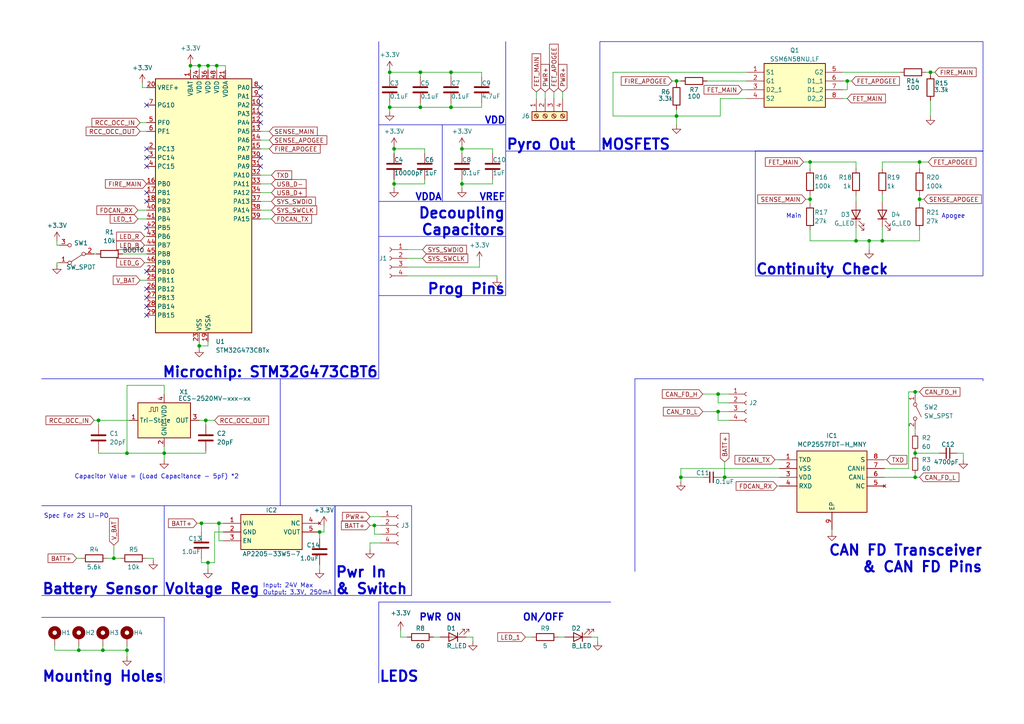
<source format=kicad_sch>
(kicad_sch (version 20230121) (generator eeschema)
  (paper "A4")
  (lib_symbols
    (symbol "AP2205-33W5-7:AP2205-33W5-7"
      (property "Reference" "IC" (at 24.13 7.62 0))
      (property "Value" "AP2205-33W5-7" (at 24.13 5.08 0))
      (symbol "AP2205-33W5-7_1_1"
        (pin power_in line (at 0 0 0) (length 5.08) (name "VIN") (number "1"))
        (pin power_in line (at 0 -2.54 0) (length 5.08) (name "GND") (number "2"))
        (pin input line (at 0 -5.08 0) (length 5.08) (name "EN") (number "3"))
        (pin no_connect line (at 27.94 0 180) (length 5.08) (name "NC") (number "4"))
        (pin output line (at 27.94 -2.54 180) (length 5.08) (name "VOUT") (number "5"))
      )
    )
    (symbol "Connector:Conn_01x04_Socket" (pin_names (offset 1.016) hide)
      (property "Reference" "J" (at 0 5.08 0))
      (property "Value" "Conn_01x04_Socket" (at 0 -7.62 0))
      (symbol "Conn_01x04_Socket_1_1"
        (pin passive line (at -5.08 2.54 0) (length 3.81) (name "Pin_1") (number "1"))
        (pin passive line (at -5.08 0 0) (length 3.81) (name "Pin_2") (number "2"))
        (pin passive line (at -5.08 -2.54 0) (length 3.81) (name "Pin_3") (number "3"))
        (pin passive line (at -5.08 -5.08 0) (length 3.81) (name "Pin_4") (number "4"))
      )
    )
    (symbol "Connector:Screw_Terminal_01x04" (pin_names (offset 1.016) hide)
      (property "Reference" "J" (at 0 5.08 0))
      (property "Value" "Screw_Terminal_01x04" (at 0 -7.62 0))
      (symbol "Screw_Terminal_01x04_1_1"
        (pin passive line (at -5.08 2.54 0) (length 3.81) (name "Pin_1") (number "1"))
        (pin passive line (at -5.08 0 0) (length 3.81) (name "Pin_2") (number "2"))
        (pin passive line (at -5.08 -2.54 0) (length 3.81) (name "Pin_3") (number "3"))
        (pin passive line (at -5.08 -5.08 0) (length 3.81) (name "Pin_4") (number "4"))
      )
    )
    (symbol "Device:C" (pin_numbers hide) (pin_names (offset 0.254))
      (property "Reference" "C" (at 0.635 2.54 0))
      (property "Value" "C" (at 0.635 -2.54 0))
      (symbol "C_1_1"
        (pin passive line (at 0 3.81 270) (length 2.794) (name "~") (number "1"))
        (pin passive line (at 0 -3.81 90) (length 2.794) (name "~") (number "2"))
      )
    )
    (symbol "Device:C_Small" (pin_numbers hide) (pin_names (offset 0.254) hide)
      (property "Reference" "C" (at 0.254 1.778 0))
      (property "Value" "C_Small" (at 0.254 -2.032 0))
      (symbol "C_Small_1_1"
        (pin passive line (at 0 2.54 270) (length 2.032) (name "~") (number "1"))
        (pin passive line (at 0 -2.54 90) (length 2.032) (name "~") (number "2"))
      )
    )
    (symbol "Device:LED" (pin_numbers hide) (pin_names (offset 1.016) hide)
      (property "Reference" "D" (at 0 2.54 0))
      (property "Value" "LED" (at 0 -2.54 0))
      (symbol "LED_1_1"
        (pin passive line (at -3.81 0 0) (length 2.54) (name "K") (number "1"))
        (pin passive line (at 3.81 0 180) (length 2.54) (name "A") (number "2"))
      )
    )
    (symbol "Device:R" (pin_numbers hide) (pin_names (offset 0))
      (property "Reference" "R" (at 2.032 0 90))
      (property "Value" "R" (at 0 0 90))
      (symbol "R_1_1"
        (pin passive line (at 0 3.81 270) (length 1.27) (name "~") (number "1"))
        (pin passive line (at 0 -3.81 90) (length 1.27) (name "~") (number "2"))
      )
    )
    (symbol "Device:R_Small" (pin_numbers hide) (pin_names (offset 0.254) hide)
      (property "Reference" "R" (at 0.762 0.508 0))
      (property "Value" "R_Small" (at 0.762 -1.016 0))
      (symbol "R_Small_1_1"
        (pin passive line (at 0 2.54 270) (length 0.762) (name "~") (number "1"))
        (pin passive line (at 0 -2.54 90) (length 0.762) (name "~") (number "2"))
      )
    )
    (symbol "MCP2557FDT-H_MNY:MCP2557FDT-H_MNY"
      (property "Reference" "IC" (at 26.67 7.62 0))
      (property "Value" "MCP2557FDT-H_MNY" (at 26.67 5.08 0))
      (symbol "MCP2557FDT-H_MNY_1_1"
        (pin passive line (at 0 0 0) (length 5.08) (name "TXD") (number "1"))
        (pin passive line (at 0 -2.54 0) (length 5.08) (name "VSS") (number "2"))
        (pin passive line (at 0 -5.08 0) (length 5.08) (name "VDD") (number "3"))
        (pin passive line (at 0 -7.62 0) (length 5.08) (name "RXD") (number "4"))
        (pin no_connect line (at 30.48 -7.62 180) (length 5.08) (name "NC") (number "5"))
        (pin passive line (at 30.48 -5.08 180) (length 5.08) (name "CANL") (number "6"))
        (pin passive line (at 30.48 -2.54 180) (length 5.08) (name "CANH") (number "7"))
        (pin passive line (at 30.48 0 180) (length 5.08) (name "S") (number "8"))
        (pin passive line (at 15.24 -20.32 90) (length 5.08) (name "EP") (number "9"))
      )
    )
    (symbol "MCU_ST_STM32G4:STM32G473CBTx"
      (property "Reference" "U" (at -12.7 39.37 0))
      (property "Value" "STM32G473CBTx" (at 10.16 39.37 0))
      (symbol "STM32G473CBTx_1_1"
        (pin power_in line (at -2.54 40.64 270) (length 2.54) (name "VBAT") (number "1"))
        (pin bidirectional line (at 17.78 30.48 180) (length 2.54) (name "PA2") (number "10"))
        (pin bidirectional line (at 17.78 27.94 180) (length 2.54) (name "PA3") (number "11"))
        (pin bidirectional line (at 17.78 25.4 180) (length 2.54) (name "PA4") (number "12"))
        (pin bidirectional line (at 17.78 22.86 180) (length 2.54) (name "PA5") (number "13"))
        (pin bidirectional line (at 17.78 20.32 180) (length 2.54) (name "PA6") (number "14"))
        (pin bidirectional line (at 17.78 17.78 180) (length 2.54) (name "PA7") (number "15"))
        (pin bidirectional line (at -15.24 7.62 0) (length 2.54) (name "PB0") (number "16"))
        (pin bidirectional line (at -15.24 5.08 0) (length 2.54) (name "PB1") (number "17"))
        (pin bidirectional line (at -15.24 2.54 0) (length 2.54) (name "PB2") (number "18"))
        (pin power_in line (at 2.54 -38.1 90) (length 2.54) (name "VSSA") (number "19"))
        (pin bidirectional line (at -15.24 17.78 0) (length 2.54) (name "PC13") (number "2"))
        (pin input line (at -15.24 35.56 0) (length 2.54) (name "VREF+") (number "20"))
        (pin power_in line (at 7.62 40.64 270) (length 2.54) (name "VDDA") (number "21"))
        (pin bidirectional line (at -15.24 -17.78 0) (length 2.54) (name "PB10") (number "22"))
        (pin power_in line (at 0 -38.1 90) (length 2.54) (name "VSS") (number "23"))
        (pin power_in line (at 0 40.64 270) (length 2.54) (name "VDD") (number "24"))
        (pin bidirectional line (at -15.24 -20.32 0) (length 2.54) (name "PB11") (number "25"))
        (pin bidirectional line (at -15.24 -22.86 0) (length 2.54) (name "PB12") (number "26"))
        (pin bidirectional line (at -15.24 -25.4 0) (length 2.54) (name "PB13") (number "27"))
        (pin bidirectional line (at -15.24 -27.94 0) (length 2.54) (name "PB14") (number "28"))
        (pin bidirectional line (at -15.24 -30.48 0) (length 2.54) (name "PB15") (number "29"))
        (pin bidirectional line (at -15.24 15.24 0) (length 2.54) (name "PC14") (number "3"))
        (pin bidirectional line (at 17.78 15.24 180) (length 2.54) (name "PA8") (number "30"))
        (pin bidirectional line (at 17.78 12.7 180) (length 2.54) (name "PA9") (number "31"))
        (pin bidirectional line (at 17.78 10.16 180) (length 2.54) (name "PA10") (number "32"))
        (pin bidirectional line (at 17.78 7.62 180) (length 2.54) (name "PA11") (number "33"))
        (pin bidirectional line (at 17.78 5.08 180) (length 2.54) (name "PA12") (number "34"))
        (pin passive line (at 0 -38.1 90) (length 2.54) hide (name "VSS") (number "35"))
        (pin power_in line (at 2.54 40.64 270) (length 2.54) (name "VDD") (number "36"))
        (pin bidirectional line (at 17.78 2.54 180) (length 2.54) (name "PA13") (number "37"))
        (pin bidirectional line (at 17.78 0 180) (length 2.54) (name "PA14") (number "38"))
        (pin bidirectional line (at 17.78 -2.54 180) (length 2.54) (name "PA15") (number "39"))
        (pin bidirectional line (at -15.24 12.7 0) (length 2.54) (name "PC15") (number "4"))
        (pin bidirectional line (at -15.24 0 0) (length 2.54) (name "PB3") (number "40"))
        (pin bidirectional line (at -15.24 -2.54 0) (length 2.54) (name "PB4") (number "41"))
        (pin bidirectional line (at -15.24 -5.08 0) (length 2.54) (name "PB5") (number "42"))
        (pin bidirectional line (at -15.24 -7.62 0) (length 2.54) (name "PB6") (number "43"))
        (pin bidirectional line (at -15.24 -10.16 0) (length 2.54) (name "PB7") (number "44"))
        (pin bidirectional line (at -15.24 -12.7 0) (length 2.54) (name "PB8") (number "45"))
        (pin bidirectional line (at -15.24 -15.24 0) (length 2.54) (name "PB9") (number "46"))
        (pin passive line (at 0 -38.1 90) (length 2.54) hide (name "VSS") (number "47"))
        (pin power_in line (at 5.08 40.64 270) (length 2.54) (name "VDD") (number "48"))
        (pin bidirectional line (at -15.24 25.4 0) (length 2.54) (name "PF0") (number "5"))
        (pin bidirectional line (at -15.24 22.86 0) (length 2.54) (name "PF1") (number "6"))
        (pin bidirectional line (at -15.24 30.48 0) (length 2.54) (name "PG10") (number "7"))
        (pin bidirectional line (at 17.78 35.56 180) (length 2.54) (name "PA0") (number "8"))
        (pin bidirectional line (at 17.78 33.02 180) (length 2.54) (name "PA1") (number "9"))
      )
    )
    (symbol "Mechanical:MountingHole_Pad" (pin_numbers hide) (pin_names (offset 1.016) hide)
      (property "Reference" "H" (at 0 6.35 0))
      (property "Value" "MountingHole_Pad" (at 0 4.445 0))
      (symbol "MountingHole_Pad_1_1"
        (pin input line (at 0 -2.54 90) (length 2.54) (name "1") (number "1"))
      )
    )
    (symbol "Oscillator:ECS-2520MV-xxx-xx"
      (property "Reference" "X" (at -5.08 6.35 0))
      (property "Value" "ECS-2520MV-xxx-xx" (at 1.27 -6.35 0))
      (symbol "ECS-2520MV-xxx-xx_1_1"
        (pin input line (at -10.16 0 0) (length 2.54) (name "Tri-State") (number "1"))
        (pin power_in line (at 0 -7.62 90) (length 2.54) (name "GND") (number "2"))
        (pin output line (at 10.16 0 180) (length 2.54) (name "OUT") (number "3"))
        (pin power_in line (at 0 7.62 270) (length 2.54) (name "VDD") (number "4"))
      )
    )
    (symbol "SSM6N58NU,LF:SSM6N58NU,LF"
      (property "Reference" "Q" (at 24.13 7.62 0))
      (property "Value" "SSM6N58NU,LF" (at 24.13 5.08 0))
      (symbol "SSM6N58NU,LF_1_1"
        (pin passive line (at 0 0 0) (length 5.08) (name "S1") (number "1"))
        (pin passive line (at 0 -2.54 0) (length 5.08) (name "G1") (number "2"))
        (pin passive line (at 0 -5.08 0) (length 5.08) (name "D2_1") (number "3"))
        (pin passive line (at 0 -7.62 0) (length 5.08) (name "S2") (number "4"))
        (pin passive line (at 27.94 0 180) (length 5.08) (name "G2") (number "5"))
        (pin passive line (at 27.94 -2.54 180) (length 5.08) (name "D1_1") (number "6"))
        (pin passive line (at 27.94 -5.08 180) (length 5.08) (name "D1_2") (number "7"))
        (pin passive line (at 27.94 -7.62 180) (length 5.08) (name "D2_2") (number "8"))
      )
    )
    (symbol "Switch:SW_SPDT" (pin_names (offset 0) hide)
      (property "Reference" "SW" (at 0 4.318 0))
      (property "Value" "SW_SPDT" (at 0 -5.08 0))
      (symbol "SW_SPDT_1_1"
        (pin passive line (at 5.08 2.54 180) (length 2.54) (name "A") (number "1"))
        (pin passive line (at -5.08 0 0) (length 2.54) (name "B") (number "2"))
        (pin passive line (at 5.08 -2.54 180) (length 2.54) (name "C") (number "3"))
      )
    )
    (symbol "Switch:SW_SPST" (pin_names (offset 0) hide)
      (property "Reference" "SW" (at 0 3.175 0))
      (property "Value" "SW_SPST" (at 0 -2.54 0))
      (symbol "SW_SPST_1_1"
        (pin passive line (at -5.08 0 0) (length 2.54) (name "A") (number "1"))
        (pin passive line (at 5.08 0 180) (length 2.54) (name "B") (number "2"))
      )
    )
    (symbol "power:+3.3V" (power) (pin_names (offset 0))
      (property "Value" "+3.3V" (at 0 3.556 0))
      (symbol "+3.3V_1_1"
        (pin power_in line (at 0 0 90) (length 0) hide (name "+3.3V") (number "1"))
      )
    )
    (symbol "power:GND" (power) (pin_names (offset 0))
      (property "Value" "GND" (at 0 -3.81 0))
      (symbol "GND_1_1"
        (pin power_in line (at 0 0 270) (length 0) hide (name "GND") (number "1"))
      )
    )
  )
  (junction (at 113.03 20.955))
  (junction (at 208.28 119.38))
  (junction (at 59.69 121.92))
  (junction (at 108.585 152.4))
  (junction (at 62.865 19.05))
  (junction (at 266.7 46.99))
  (junction (at 266.7 57.785))
  (junction (at 265.43 138.43))
  (junction (at 133.985 53.34))
  (junction (at 57.785 19.05))
  (junction (at 57.785 100.33))
  (junction (at 29.845 188.595))
  (junction (at 130.81 31.115))
  (junction (at 121.92 20.955))
  (junction (at 234.95 57.785))
  (junction (at 92.71 154.305))
  (junction (at 113.03 31.115))
  (junction (at 114.3 43.18))
  (junction (at 60.325 19.05))
  (junction (at 245.745 23.495))
  (junction (at 36.83 188.595))
  (junction (at 197.485 138.43))
  (junction (at 255.905 69.85))
  (junction (at 252.095 69.85))
  (junction (at 60.325 163.195))
  (junction (at 265.43 131.445))
  (junction (at 28.575 121.92))
  (junction (at 36.83 131.445))
  (junction (at 121.92 31.115))
  (junction (at 47.625 131.445))
  (junction (at 265.43 113.665))
  (junction (at 55.245 19.05))
  (junction (at 33.02 161.925))
  (junction (at 210.185 138.43))
  (junction (at 269.875 20.955))
  (junction (at 234.95 46.99))
  (junction (at 133.985 43.18))
  (junction (at 196.215 33.655))
  (junction (at 196.215 23.495))
  (junction (at 130.81 20.955))
  (junction (at 58.42 151.765))
  (junction (at 63.5 151.765))
  (junction (at 248.285 69.85))
  (junction (at 114.3 53.34))
  (junction (at 22.86 188.595))
  (junction (at 208.28 114.3))
  (no_connect (at 75.565 45.72))
  (no_connect (at 42.545 78.74))
  (no_connect (at 42.545 88.9))
  (no_connect (at 75.565 25.4))
  (no_connect (at 42.545 83.82))
  (no_connect (at 42.545 43.18))
  (no_connect (at 75.565 48.26))
  (no_connect (at 42.545 66.04))
  (no_connect (at 42.545 30.48))
  (no_connect (at 75.565 27.94))
  (no_connect (at 42.545 91.44))
  (no_connect (at 75.565 33.02))
  (no_connect (at 75.565 35.56))
  (no_connect (at 75.565 30.48))
  (no_connect (at 42.545 55.88))
  (no_connect (at 42.545 45.72))
  (no_connect (at 42.545 86.36))
  (no_connect (at 42.545 58.42))
  (no_connect (at 42.545 48.26))
  (polyline (pts (xy 285.115 109.855) (xy 285.115 110.49)))
  (wire (pts (xy 41.275 24.13) (xy 41.275 25.4)))
  (wire (pts (xy 78.105 40.64) (xy 75.565 40.64)))
  (wire (pts (xy 234.95 46.99) (xy 234.95 48.895)))
  (wire (pts (xy 59.69 131.445) (xy 47.625 131.445)))
  (wire (pts (xy 234.95 69.85) (xy 248.285 69.85)))
  (wire (pts (xy 36.83 111.76) (xy 36.83 131.445)))
  (wire (pts (xy 241.3 154.305) (xy 241.3 153.67)))
  (polyline (pts (xy 12.065 172.72) (xy 47.625 172.72)))
  (wire (pts (xy 234.95 57.785) (xy 234.95 59.055)))
  (wire (pts (xy 57.785 99.06) (xy 57.785 100.33)))
  (polyline (pts (xy 12.065 109.855) (xy 109.855 109.855)))
  (wire (pts (xy 78.74 55.88) (xy 75.565 55.88)))
  (wire (pts (xy 78.105 43.18) (xy 75.565 43.18)))
  (wire (pts (xy 144.145 80.645) (xy 144.145 80.01)))
  (wire (pts (xy 135.255 184.785) (xy 137.16 184.785)))
  (wire (pts (xy 116.205 184.785) (xy 118.11 184.785)))
  (wire (pts (xy 113.03 20.955) (xy 113.03 22.225)))
  (wire (pts (xy 233.045 46.99) (xy 234.95 46.99)))
  (wire (pts (xy 41.91 71.12) (xy 42.545 71.12)))
  (wire (pts (xy 123.19 52.07) (xy 123.19 53.34)))
  (polyline (pts (xy 47.625 198.12) (xy 47.625 179.07)))
  (wire (pts (xy 265.43 131.445) (xy 265.43 132.08)))
  (wire (pts (xy 107.315 152.4) (xy 108.585 152.4)))
  (wire (pts (xy 173.355 184.785) (xy 173.355 186.055)))
  (wire (pts (xy 63.5 156.845) (xy 63.5 151.765)))
  (wire (pts (xy 58.42 163.195) (xy 60.325 163.195)))
  (wire (pts (xy 114.3 53.34) (xy 114.3 54.61)))
  (wire (pts (xy 44.45 161.925) (xy 44.45 162.56)))
  (wire (pts (xy 226.06 138.43) (xy 210.185 138.43)))
  (wire (pts (xy 123.19 43.18) (xy 114.3 43.18)))
  (wire (pts (xy 22.86 187.325) (xy 22.86 188.595)))
  (wire (pts (xy 121.92 29.845) (xy 121.92 31.115)))
  (wire (pts (xy 210.185 133.985) (xy 210.185 138.43)))
  (wire (pts (xy 256.54 135.89) (xy 263.525 135.89)))
  (wire (pts (xy 28.575 130.81) (xy 28.575 131.445)))
  (wire (pts (xy 121.92 20.955) (xy 113.03 20.955)))
  (wire (pts (xy 139.7 22.225) (xy 139.7 20.955)))
  (wire (pts (xy 47.625 129.54) (xy 47.625 131.445)))
  (wire (pts (xy 107.315 157.48) (xy 110.49 157.48)))
  (wire (pts (xy 60.325 19.05) (xy 57.785 19.05)))
  (wire (pts (xy 57.785 100.33) (xy 57.785 100.965)))
  (wire (pts (xy 247.015 23.495) (xy 245.745 23.495)))
  (wire (pts (xy 216.535 28.575) (xy 208.915 28.575)))
  (wire (pts (xy 22.86 188.595) (xy 29.845 188.595)))
  (wire (pts (xy 197.485 138.43) (xy 197.485 139.7)))
  (wire (pts (xy 107.315 157.48) (xy 107.315 159.385)))
  (wire (pts (xy 28.575 123.19) (xy 28.575 121.92)))
  (wire (pts (xy 216.535 20.955) (xy 177.8 20.955)))
  (wire (pts (xy 196.215 23.495) (xy 197.485 23.495)))
  (wire (pts (xy 121.92 31.115) (xy 113.03 31.115)))
  (wire (pts (xy 47.625 114.3) (xy 47.625 111.76)))
  (wire (pts (xy 255.905 58.42) (xy 255.905 56.515)))
  (wire (pts (xy 35.56 73.66) (xy 42.545 73.66)))
  (wire (pts (xy 55.245 19.05) (xy 55.245 20.32)))
  (wire (pts (xy 234.95 66.675) (xy 234.95 69.85)))
  (wire (pts (xy 256.54 133.35) (xy 257.175 133.35)))
  (wire (pts (xy 27.305 73.66) (xy 27.94 73.66)))
  (wire (pts (xy 194.945 23.495) (xy 196.215 23.495)))
  (wire (pts (xy 40.005 60.96) (xy 42.545 60.96)))
  (wire (pts (xy 263.525 113.665) (xy 265.43 113.665)))
  (wire (pts (xy 121.92 20.955) (xy 121.92 22.225)))
  (wire (pts (xy 277.495 131.445) (xy 279.4 131.445)))
  (wire (pts (xy 62.865 19.05) (xy 60.325 19.05)))
  (wire (pts (xy 265.43 131.445) (xy 265.43 130.81)))
  (wire (pts (xy 266.7 69.85) (xy 255.905 69.85)))
  (wire (pts (xy 130.81 20.955) (xy 130.81 22.225)))
  (wire (pts (xy 171.45 184.785) (xy 173.355 184.785)))
  (wire (pts (xy 40.64 38.1) (xy 42.545 38.1)))
  (wire (pts (xy 245.745 23.495) (xy 244.475 23.495)))
  (wire (pts (xy 57.785 19.05) (xy 55.245 19.05)))
  (wire (pts (xy 248.285 46.99) (xy 234.95 46.99)))
  (wire (pts (xy 36.83 131.445) (xy 28.575 131.445)))
  (wire (pts (xy 208.915 138.43) (xy 210.185 138.43)))
  (wire (pts (xy 33.02 161.925) (xy 34.925 161.925)))
  (wire (pts (xy 64.77 151.765) (xy 63.5 151.765)))
  (wire (pts (xy 266.7 46.99) (xy 269.24 46.99)))
  (wire (pts (xy 226.06 133.35) (xy 224.79 133.35)))
  (polyline (pts (xy 109.855 174.625) (xy 177.165 174.625)))
  (wire (pts (xy 248.285 66.04) (xy 248.285 69.85)))
  (wire (pts (xy 142.875 43.18) (xy 142.875 44.45)))
  (wire (pts (xy 108.585 152.4) (xy 108.585 154.94)))
  (wire (pts (xy 16.51 76.2) (xy 16.51 76.835)))
  (wire (pts (xy 78.74 53.34) (xy 75.565 53.34)))
  (wire (pts (xy 59.69 130.81) (xy 59.69 131.445)))
  (wire (pts (xy 57.785 19.05) (xy 57.785 20.32)))
  (wire (pts (xy 233.68 57.785) (xy 234.95 57.785)))
  (wire (pts (xy 41.91 68.58) (xy 42.545 68.58)))
  (wire (pts (xy 59.69 121.92) (xy 57.785 121.92)))
  (wire (pts (xy 196.215 24.13) (xy 196.215 23.495)))
  (wire (pts (xy 226.06 135.89) (xy 197.485 135.89)))
  (wire (pts (xy 139.7 29.845) (xy 139.7 31.115)))
  (wire (pts (xy 127.635 184.785) (xy 125.73 184.785)))
  (wire (pts (xy 110.49 154.94) (xy 108.585 154.94)))
  (wire (pts (xy 211.455 121.92) (xy 208.28 121.92)))
  (wire (pts (xy 265.43 113.665) (xy 266.7 113.665)))
  (wire (pts (xy 122.555 74.93) (xy 118.11 74.93)))
  (wire (pts (xy 114.3 52.07) (xy 114.3 53.34)))
  (wire (pts (xy 57.15 151.765) (xy 58.42 151.765)))
  (wire (pts (xy 265.43 124.46) (xy 265.43 125.73)))
  (wire (pts (xy 248.285 48.895) (xy 248.285 46.99)))
  (polyline (pts (xy 81.28 146.685) (xy 81.28 109.855)))
  (wire (pts (xy 248.285 58.42) (xy 248.285 56.515)))
  (wire (pts (xy 60.325 99.06) (xy 60.325 100.33)))
  (wire (pts (xy 255.905 69.85) (xy 252.095 69.85)))
  (wire (pts (xy 142.875 43.18) (xy 133.985 43.18)))
  (wire (pts (xy 245.745 28.575) (xy 244.475 28.575)))
  (wire (pts (xy 133.985 52.07) (xy 133.985 53.34)))
  (wire (pts (xy 130.81 29.845) (xy 130.81 31.115)))
  (polyline (pts (xy 12.065 146.685) (xy 81.28 146.685)))
  (wire (pts (xy 40.64 81.28) (xy 42.545 81.28)))
  (wire (pts (xy 203.835 138.43) (xy 197.485 138.43)))
  (wire (pts (xy 114.3 43.18) (xy 114.3 44.45)))
  (wire (pts (xy 62.23 163.195) (xy 60.325 163.195)))
  (wire (pts (xy 267.97 57.785) (xy 266.7 57.785)))
  (polyline (pts (xy 184.15 165.735) (xy 184.15 109.855)))
  (wire (pts (xy 248.285 69.85) (xy 252.095 69.85)))
  (wire (pts (xy 197.485 135.89) (xy 197.485 138.43)))
  (wire (pts (xy 252.095 69.85) (xy 252.095 72.39)))
  (wire (pts (xy 107.315 149.86) (xy 110.49 149.86)))
  (wire (pts (xy 93.98 152.4) (xy 93.98 154.305)))
  (wire (pts (xy 62.23 121.92) (xy 59.69 121.92)))
  (wire (pts (xy 137.16 184.785) (xy 137.16 186.055)))
  (wire (pts (xy 15.875 188.595) (xy 22.86 188.595)))
  (wire (pts (xy 263.525 113.665) (xy 263.525 135.89)))
  (wire (pts (xy 158.115 28.575) (xy 158.115 26.67)))
  (polyline (pts (xy 109.855 68.58) (xy 146.685 68.58)))
  (wire (pts (xy 113.03 20.32) (xy 113.03 20.955)))
  (wire (pts (xy 269.875 33.655) (xy 269.875 29.21)))
  (wire (pts (xy 123.19 43.18) (xy 123.19 44.45)))
  (wire (pts (xy 55.245 18.415) (xy 55.245 19.05)))
  (wire (pts (xy 36.83 188.595) (xy 36.83 190.5)))
  (wire (pts (xy 62.865 19.05) (xy 62.865 20.32)))
  (wire (pts (xy 16.51 69.85) (xy 16.51 71.12)))
  (wire (pts (xy 60.325 19.05) (xy 60.325 20.32)))
  (wire (pts (xy 17.145 76.2) (xy 16.51 76.2)))
  (wire (pts (xy 139.7 31.115) (xy 130.81 31.115)))
  (wire (pts (xy 40.005 63.5) (xy 42.545 63.5)))
  (wire (pts (xy 41.275 25.4) (xy 42.545 25.4)))
  (wire (pts (xy 29.845 188.595) (xy 36.83 188.595)))
  (wire (pts (xy 41.91 76.2) (xy 42.545 76.2)))
  (wire (pts (xy 265.43 138.43) (xy 265.43 137.16)))
  (wire (pts (xy 256.54 138.43) (xy 265.43 138.43)))
  (wire (pts (xy 265.43 113.665) (xy 265.43 114.3)))
  (wire (pts (xy 196.215 33.655) (xy 196.215 31.75)))
  (wire (pts (xy 208.915 28.575) (xy 208.915 33.655)))
  (wire (pts (xy 122.555 72.39) (xy 118.11 72.39)))
  (wire (pts (xy 42.545 161.925) (xy 44.45 161.925)))
  (wire (pts (xy 118.11 77.47) (xy 139.065 77.47)))
  (wire (pts (xy 266.7 48.895) (xy 266.7 46.99)))
  (wire (pts (xy 269.875 20.955) (xy 268.605 20.955)))
  (wire (pts (xy 155.575 28.575) (xy 155.575 26.67)))
  (wire (pts (xy 269.875 21.59) (xy 269.875 20.955)))
  (wire (pts (xy 28.575 121.92) (xy 37.465 121.92)))
  (wire (pts (xy 208.28 116.84) (xy 208.28 114.3)))
  (wire (pts (xy 58.42 151.765) (xy 63.5 151.765)))
  (wire (pts (xy 226.06 140.97) (xy 225.425 140.97)))
  (wire (pts (xy 266.7 57.785) (xy 266.7 59.055)))
  (wire (pts (xy 113.03 29.845) (xy 113.03 31.115)))
  (wire (pts (xy 211.455 119.38) (xy 208.28 119.38)))
  (wire (pts (xy 260.985 20.955) (xy 244.475 20.955)))
  (polyline (pts (xy 109.855 198.12) (xy 109.855 174.625)))
  (polyline (pts (xy 47.625 172.72) (xy 97.155 172.72)))
  (polyline (pts (xy 97.155 172.72) (xy 97.155 146.685)))
  (polyline (pts (xy 146.685 85.725) (xy 109.855 85.725)))
  (wire (pts (xy 139.7 20.955) (xy 130.81 20.955)))
  (wire (pts (xy 211.455 116.84) (xy 208.28 116.84)))
  (wire (pts (xy 29.845 187.325) (xy 29.845 188.595)))
  (wire (pts (xy 265.43 131.445) (xy 272.415 131.445)))
  (wire (pts (xy 113.03 31.115) (xy 113.03 32.385)))
  (wire (pts (xy 163.83 184.785) (xy 161.925 184.785)))
  (wire (pts (xy 196.215 36.195) (xy 196.215 33.655)))
  (wire (pts (xy 62.23 154.305) (xy 62.23 163.195)))
  (wire (pts (xy 92.71 163.83) (xy 92.71 165.1)))
  (wire (pts (xy 234.95 56.515) (xy 234.95 57.785)))
  (wire (pts (xy 266.7 66.675) (xy 266.7 69.85)))
  (wire (pts (xy 142.875 52.07) (xy 142.875 53.34)))
  (wire (pts (xy 40.64 35.56) (xy 42.545 35.56)))
  (wire (pts (xy 116.205 182.88) (xy 116.205 184.785)))
  (wire (pts (xy 65.405 19.05) (xy 62.865 19.05)))
  (wire (pts (xy 108.585 152.4) (xy 110.49 152.4)))
  (wire (pts (xy 36.83 187.325) (xy 36.83 188.595)))
  (wire (pts (xy 92.71 154.305) (xy 93.98 154.305)))
  (wire (pts (xy 245.745 26.035) (xy 244.475 26.035)))
  (wire (pts (xy 33.02 158.115) (xy 33.02 161.925)))
  (wire (pts (xy 133.985 43.18) (xy 133.985 44.45)))
  (wire (pts (xy 271.145 20.955) (xy 269.875 20.955)))
  (wire (pts (xy 255.905 46.99) (xy 266.7 46.99)))
  (wire (pts (xy 47.625 131.445) (xy 47.625 133.35)))
  (wire (pts (xy 211.455 114.3) (xy 208.28 114.3)))
  (wire (pts (xy 203.835 119.38) (xy 208.28 119.38)))
  (polyline (pts (xy 146.685 12.065) (xy 146.685 85.725)))
  (wire (pts (xy 58.42 151.765) (xy 58.42 154.305)))
  (wire (pts (xy 255.905 48.895) (xy 255.905 46.99)))
  (wire (pts (xy 255.905 66.04) (xy 255.905 69.85)))
  (wire (pts (xy 78.74 58.42) (xy 75.565 58.42)))
  (wire (pts (xy 114.3 42.545) (xy 114.3 43.18)))
  (wire (pts (xy 142.875 53.34) (xy 133.985 53.34)))
  (polyline (pts (xy 109.855 58.42) (xy 146.685 58.42)))
  (polyline (pts (xy 109.855 36.195) (xy 146.685 36.195)))
  (wire (pts (xy 177.8 20.955) (xy 177.8 33.655)))
  (wire (pts (xy 245.745 26.035) (xy 245.745 23.495)))
  (wire (pts (xy 47.625 111.76) (xy 36.83 111.76)))
  (wire (pts (xy 177.8 33.655) (xy 196.215 33.655)))
  (wire (pts (xy 78.74 63.5) (xy 75.565 63.5)))
  (wire (pts (xy 265.43 138.43) (xy 266.7 138.43)))
  (wire (pts (xy 64.77 154.305) (xy 62.23 154.305)))
  (wire (pts (xy 64.77 156.845) (xy 63.5 156.845)))
  (wire (pts (xy 16.51 71.12) (xy 17.145 71.12)))
  (wire (pts (xy 208.915 33.655) (xy 196.215 33.655)))
  (polyline (pts (xy 81.28 146.685) (xy 97.155 146.685)))
  (wire (pts (xy 36.83 131.445) (xy 47.625 131.445)))
  (wire (pts (xy 160.655 28.575) (xy 160.655 26.67)))
  (wire (pts (xy 123.19 53.34) (xy 114.3 53.34)))
  (wire (pts (xy 152.4 184.785) (xy 154.305 184.785)))
  (wire (pts (xy 208.28 121.92) (xy 208.28 119.38)))
  (polyline (pts (xy 12.065 179.07) (xy 47.625 179.07)))
  (wire (pts (xy 65.405 20.32) (xy 65.405 19.05)))
  (polyline (pts (xy 128.27 36.195) (xy 128.27 58.42)))
  (wire (pts (xy 59.69 123.19) (xy 59.69 121.92)))
  (wire (pts (xy 78.74 50.8) (xy 75.565 50.8)))
  (wire (pts (xy 163.195 28.575) (xy 163.195 26.67)))
  (wire (pts (xy 78.105 38.1) (xy 75.565 38.1)))
  (polyline (pts (xy 47.625 146.685) (xy 47.625 172.72)))
  (wire (pts (xy 92.71 154.305) (xy 92.71 156.21)))
  (wire (pts (xy 15.875 187.325) (xy 15.875 188.595)))
  (wire (pts (xy 139.065 75.565) (xy 139.065 77.47)))
  (wire (pts (xy 205.105 23.495) (xy 216.535 23.495)))
  (wire (pts (xy 133.985 53.34) (xy 133.985 54.61)))
  (wire (pts (xy 203.835 114.3) (xy 208.28 114.3)))
  (wire (pts (xy 60.325 163.195) (xy 60.325 165.1)))
  (wire (pts (xy 130.81 31.115) (xy 121.92 31.115)))
  (wire (pts (xy 279.4 131.445) (xy 279.4 133.35)))
  (wire (pts (xy 58.42 161.925) (xy 58.42 163.195)))
  (wire (pts (xy 266.7 56.515) (xy 266.7 57.785)))
  (wire (pts (xy 144.145 80.01) (xy 118.11 80.01)))
  (wire (pts (xy 60.325 100.33) (xy 57.785 100.33)))
  (wire (pts (xy 27.305 121.92) (xy 28.575 121.92)))
  (wire (pts (xy 22.225 161.925) (xy 23.495 161.925)))
  (polyline (pts (xy 109.855 12.065) (xy 109.855 109.855)))
  (wire (pts (xy 215.265 26.035) (xy 216.535 26.035)))
  (wire (pts (xy 130.81 20.955) (xy 121.92 20.955)))
  (wire (pts (xy 78.74 60.96) (xy 75.565 60.96)))
  (polyline (pts (xy 146.685 43.815) (xy 173.99 43.815)))
  (wire (pts (xy 31.115 161.925) (xy 33.02 161.925)))
  (wire (pts (xy 133.985 42.545) (xy 133.985 43.18)))
  (polyline (pts (xy 184.15 109.855) (xy 285.115 109.855)))
  (rectangle (start 219.075 43.815) (end 285.115 80.01))
  (rectangle (start 97.155 146.685) (end 119.38 172.72))
  (rectangle (start 173.99 12.065) (end 285.115 43.815))
  (text "Pyro Out" (at 146.685 43.815 0) (effects (font (size 3 3) (thickness 0.6) bold) (justify left bottom)))
  (text "Spec For 2S LI-PO" (at 12.7 150.495 0) (effects (font (size 1.27 1.27)) (justify left bottom)))
  (text "Decoupling\nCapacitors" (at 146.685 68.58 0) (effects (font (size 3 3) (thickness 0.6) bold) (justify right bottom)))
  (text "LEDS" (at 109.855 198.12 0) (effects (font (size 3 3) (thickness 0.6) bold) (justify left bottom)))
  (text "Main" (at 227.965 63.5 0) (effects (font (size 1.27 1.27)) (justify left bottom)))
  (text "MOSFETS" (at 173.99 43.815 0) (effects (font (size 3 3) (thickness 0.6) bold) (justify left bottom)))
  (text "VDD" (at 146.685 36.195 0) (effects (font (size 2 2) (thickness 0.4) bold) (justify right bottom)))
  (text "Capacitor Value = (Load Capacitance - 5pF) *2" (at 21.59 139.065 0) (effects (font (size 1.27 1.27)) (justify left bottom)))
  (text "Microchip: STM32G473CBT6" (at 109.855 109.855 0) (effects (font (size 3 3) (thickness 0.6) bold) (justify right bottom)))
  (text "Continuity Check " (at 219.075 80.01 0) (effects (font (size 3 3) (thickness 0.6) bold) (justify left bottom)))
  (text "Mounting Holes" (at 12.065 198.12 0) (effects (font (size 3 3) (thickness 0.6) bold) (justify left bottom)))
  (text "Battery Sensor" (at 12.065 172.72 0) (effects (font (size 3 3) (thickness 0.6) bold) (justify left bottom)))
  (text "Apogee" (at 273.05 63.5 0) (effects (font (size 1.27 1.27)) (justify left bottom)))
  (text "Voltage Reg" (at 47.625 172.72 0) (effects (font (size 3 3) (thickness 0.6) bold) (justify left bottom)))
  (text "Pwr In\n& Switch" (at 97.155 172.72 0) (effects (font (size 3 3) (thickness 0.6) bold) (justify left bottom)))
  (text "CAN FD Transceiver\n& CAN FD Pins" (at 285.115 166.37 0) (effects (font (size 3 3) (thickness 0.6) bold) (justify right bottom)))
  (text "Prog Pins" (at 146.685 85.725 0) (effects (font (size 3 3) (thickness 0.6) bold) (justify right bottom)))
  (text "Input: 24V Max\nOutput: 3.3V, 250mA" (at 76.2 172.72 0) (effects (font (size 1.27 1.27)) (justify left bottom)))
  (text "PWR ON" (at 133.985 180.34 0) (effects (font (size 2 2) (thickness 0.4) bold) (justify right bottom)))
  (text "VDDA" (at 128.27 58.42 0) (effects (font (size 2 2) (thickness 0.4) bold) (justify right bottom)))
  (text "ON/OFF" (at 163.83 180.34 0) (effects (font (size 2 2) (thickness 0.4) bold) (justify right bottom)))
  (text "VREF" (at 146.685 58.42 0) (effects (font (size 2 2) (thickness 0.4) bold) (justify right bottom)))
  (label "BOOT0" (at 35.56 73.66 0))
  (global_label "CAN_FD_L" (shape input) (at 266.7 138.43 0) (property "Intersheetrefs" "${INTERSHEET_REFS}" (effects hide)))
  (global_label "CAN_FD_L" (shape input) (at 203.835 119.38 180) (property "Intersheetrefs" "${INTERSHEET_REFS}" (effects hide)))
  (global_label "LED_B" (shape input) (at 41.91 71.12 180) (property "Intersheetrefs" "${INTERSHEET_REFS}" (effects hide)))
  (global_label "PWR+" (shape input) (at 163.195 26.67 90) (property "Intersheetrefs" "${INTERSHEET_REFS}" (effects hide)))
  (global_label "TXD" (shape input) (at 257.175 133.35 0) (property "Intersheetrefs" "${INTERSHEET_REFS}" (effects hide)))
  (global_label "LED_R" (shape input) (at 41.91 68.58 180) (property "Intersheetrefs" "${INTERSHEET_REFS}" (effects hide)))
  (global_label "FIRE_APOGEE" (shape input) (at 194.945 23.495 180) (property "Intersheetrefs" "${INTERSHEET_REFS}" (effects hide)))
  (global_label "FIRE_MAIN" (shape input) (at 271.145 20.955 0) (property "Intersheetrefs" "${INTERSHEET_REFS}" (effects hide)))
  (global_label "FET_MAIN" (shape input) (at 233.045 46.99 180) (property "Intersheetrefs" "${INTERSHEET_REFS}" (effects hide)))
  (global_label "CAN_FD_H" (shape input) (at 203.835 114.3 180) (property "Intersheetrefs" "${INTERSHEET_REFS}" (effects hide)))
  (global_label "V_BAT" (shape input) (at 40.64 81.28 180) (property "Intersheetrefs" "${INTERSHEET_REFS}" (effects hide)))
  (global_label "SYS_SWDIO" (shape input) (at 122.555 72.39 0) (property "Intersheetrefs" "${INTERSHEET_REFS}" (effects hide)))
  (global_label "LED_1" (shape input) (at 152.4 184.785 180) (property "Intersheetrefs" "${INTERSHEET_REFS}" (effects hide)))
  (global_label "FET_MAIN" (shape input) (at 155.575 26.67 90) (property "Intersheetrefs" "${INTERSHEET_REFS}" (effects hide)))
  (global_label "BATT+" (shape input) (at 57.15 151.765 180) (property "Intersheetrefs" "${INTERSHEET_REFS}" (effects hide)))
  (global_label "SENSE_APOGEE" (shape input) (at 78.105 40.64 0) (property "Intersheetrefs" "${INTERSHEET_REFS}" (effects hide)))
  (global_label "FDCAN_TX" (shape input) (at 78.74 63.5 0) (property "Intersheetrefs" "${INTERSHEET_REFS}" (effects hide)))
  (global_label "TXD" (shape input) (at 78.74 50.8 0) (property "Intersheetrefs" "${INTERSHEET_REFS}" (effects hide)))
  (global_label "PWR+" (shape input) (at 158.115 26.67 90) (property "Intersheetrefs" "${INTERSHEET_REFS}" (effects hide)))
  (global_label "SYS_SWDIO" (shape input) (at 78.74 58.42 0) (property "Intersheetrefs" "${INTERSHEET_REFS}" (effects hide)))
  (global_label "BATT+" (shape input) (at 210.185 133.985 90) (property "Intersheetrefs" "${INTERSHEET_REFS}" (effects hide)))
  (global_label "SENSE_MAIN" (shape input) (at 78.105 38.1 0) (property "Intersheetrefs" "${INTERSHEET_REFS}" (effects hide)))
  (global_label "PWR+" (shape input) (at 107.315 149.86 180) (property "Intersheetrefs" "${INTERSHEET_REFS}" (effects hide)))
  (global_label "USB_D-" (shape input) (at 78.74 53.34 0) (property "Intersheetrefs" "${INTERSHEET_REFS}" (effects hide)))
  (global_label "BATT+" (shape input) (at 107.315 152.4 180) (property "Intersheetrefs" "${INTERSHEET_REFS}" (effects hide)))
  (global_label "RCC_OCC_IN" (shape input) (at 27.305 121.92 180) (property "Intersheetrefs" "${INTERSHEET_REFS}" (effects hide)))
  (global_label "BATT+" (shape input) (at 22.225 161.925 180) (property "Intersheetrefs" "${INTERSHEET_REFS}" (effects hide)))
  (global_label "FDCAN_RX" (shape input) (at 225.425 140.97 180) (property "Intersheetrefs" "${INTERSHEET_REFS}" (effects hide)))
  (global_label "RCC_OCC_IN" (shape input) (at 40.64 35.56 180) (property "Intersheetrefs" "${INTERSHEET_REFS}" (effects hide)))
  (global_label "FET_APOGEE" (shape input) (at 269.24 46.99 0) (property "Intersheetrefs" "${INTERSHEET_REFS}" (effects hide)))
  (global_label "SYS_SWCLK" (shape input) (at 78.74 60.96 0) (property "Intersheetrefs" "${INTERSHEET_REFS}" (effects hide)))
  (global_label "RCC_OCC_OUT" (shape input) (at 40.64 38.1 180) (property "Intersheetrefs" "${INTERSHEET_REFS}" (effects hide)))
  (global_label "CAN_FD_H" (shape input) (at 266.7 113.665 0) (property "Intersheetrefs" "${INTERSHEET_REFS}" (effects hide)))
  (global_label "FIRE_MAIN" (shape input) (at 42.545 53.34 180) (property "Intersheetrefs" "${INTERSHEET_REFS}" (effects hide)))
  (global_label "LED_1" (shape input) (at 40.005 63.5 180) (property "Intersheetrefs" "${INTERSHEET_REFS}" (effects hide)))
  (global_label "FIRE_APOGEE" (shape input) (at 78.105 43.18 0) (property "Intersheetrefs" "${INTERSHEET_REFS}" (effects hide)))
  (global_label "SENSE_MAIN" (shape input) (at 233.68 57.785 180) (property "Intersheetrefs" "${INTERSHEET_REFS}" (effects hide)))
  (global_label "FDCAN_TX" (shape input) (at 224.79 133.35 180) (property "Intersheetrefs" "${INTERSHEET_REFS}" (effects hide)))
  (global_label "FET_MAIN" (shape input) (at 215.265 26.035 180) (property "Intersheetrefs" "${INTERSHEET_REFS}" (effects hide)))
  (global_label "SYS_SWCLK" (shape input) (at 122.555 74.93 0) (property "Intersheetrefs" "${INTERSHEET_REFS}" (effects hide)))
  (global_label "FET_APOGEE" (shape input) (at 160.655 26.67 90) (property "Intersheetrefs" "${INTERSHEET_REFS}" (effects hide)))
  (global_label "FET_APOGEE" (shape input) (at 247.015 23.495 0) (property "Intersheetrefs" "${INTERSHEET_REFS}" (effects hide)))
  (global_label "RCC_OCC_OUT" (shape input) (at 62.23 121.92 0) (property "Intersheetrefs" "${INTERSHEET_REFS}" (effects hide)))
  (global_label "USB_D+" (shape input) (at 78.74 55.88 0) (property "Intersheetrefs" "${INTERSHEET_REFS}" (effects hide)))
  (global_label "V_BAT" (shape input) (at 33.02 158.115 90) (property "Intersheetrefs" "${INTERSHEET_REFS}" (effects hide)))
  (global_label "FDCAN_RX" (shape input) (at 40.005 60.96 180) (property "Intersheetrefs" "${INTERSHEET_REFS}" (effects hide)))
  (global_label "LED_G" (shape input) (at 41.91 76.2 180) (property "Intersheetrefs" "${INTERSHEET_REFS}" (effects hide)))
  (global_label "FET_MAIN" (shape input) (at 245.745 28.575 0) (property "Intersheetrefs" "${INTERSHEET_REFS}" (effects hide)))
  (global_label "SENSE_APOGEE" (shape input) (at 267.97 57.785 0) (property "Intersheetrefs" "${INTERSHEET_REFS}" (effects hide)))
  (symbol (lib_id "power:GND") (at 16.51 76.835 0) (unit 1)
    (property "Reference" "#PWR02" (effects hide))
    (property "Value" "GND" (effects hide))
  )
  (symbol (lib_id "Device:R") (at 158.115 184.785 90) (unit 1)
    (property "Reference" "R9" (at 158.115 182.245 90))
    (property "Value" "5" (at 158.115 187.325 90))
    (property "Footprint" "Resistor_SMD:R_0402_1005Metric" (effects hide))
  )
  (symbol (lib_id "Device:R_Small") (at 265.43 134.62 0) (unit 1)
    (property "Reference" "R3" (at 267.335 133.35 0) (effects (justify left)))
    (property "Value" "60" (at 267.335 135.89 0) (effects (justify left)))
    (property "Footprint" "Resistor_SMD:R_0805_2012Metric" (effects hide))
  )
  (symbol (lib_id "Device:LED") (at 248.285 62.23 90) (unit 1)
    (property "Reference" "D3" (at 243.84 62.23 90) (effects (justify right)))
    (property "Value" "G_LED" (at 241.935 64.77 90) (effects (justify right)))
    (property "Footprint" "LED_SMD:LED_0402_1005Metric" (effects hide))
  )
  (symbol (lib_id "Device:LED") (at 255.905 62.23 90) (unit 1)
    (property "Reference" "D4" (at 258.445 62.23 90) (effects (justify right)))
    (property "Value" "G_LED" (at 258.445 64.77 90) (effects (justify right)))
    (property "Footprint" "LED_SMD:LED_0402_1005Metric" (effects hide))
  )
  (symbol (lib_id "Oscillator:ECS-2520MV-xxx-xx") (at 47.625 121.92 0) (unit 1)
    (property "Reference" "X1" (at 53.34 113.665 0))
    (property "Value" "ECS-2520MV-xxx-xx" (at 62.23 115.57 0))
    (property "Footprint" "Oscillator:Oscillator_SMD_ECS_2520MV-xxx-xx-4Pin_2.5x2.0mm" (effects hide))
    (property "Datasheet" "https://www.ecsxtal.com/store/pdf/ECS-2520MV.pdf" (effects hide))
  )
  (symbol (lib_id "Mechanical:MountingHole_Pad") (at 29.845 184.785 0) (unit 1)
    (property "Reference" "H3" (at 31.75 183.515 0) (effects (justify left)))
    (property "Value" "MountingHole_Pad" (effects hide))
    (property "Footprint" "MountingHole:MountingHole_2.2mm_M2_ISO7380_Pad" (effects hide))
  )
  (symbol (lib_id "power:GND") (at 92.71 165.1 0) (unit 1)
    (property "Reference" "#PWR023" (effects hide))
    (property "Value" "GND" (effects hide))
  )
  (symbol (lib_id "MCP2557FDT-H_MNY:MCP2557FDT-H_MNY") (at 226.06 133.35 0) (unit 1)
    (property "Reference" "IC1" (at 241.3 126.365 0))
    (property "Value" "MCP2557FDT-H_MNY" (at 241.3 128.905 0))
    (property "Footprint" "MCP2557FDT-H_MNY:SON50P300X200X80-9N-D" (effects hide))
    (property "Datasheet" "https://ww1.microchip.com/downloads/en/DeviceDoc/20005533A.pdf" (effects hide))
    (property "Height" "0.8" (effects hide))
    (property "Mouser Part Number" "579-MCP2557FDT-H/MNY" (effects hide))
    (property "Mouser Price/Stock" "https://www.mouser.co.uk/ProductDetail/Microchip-Technology/MCP2557FDT-H-MNY?qs=ZEMkBHnybRFF6gNsp0dI%2FA%3D%3D" (effects hide))
    (property "Manufacturer_Name" "Microchip" (effects hide))
    (property "Manufacturer_Part_Number" "MCP2557FDT-H/MNY" (effects hide))
  )
  (symbol (lib_id "Device:C") (at 58.42 158.115 0) (unit 1)
    (property "Reference" "C13" (at 54.61 156.21 0) (effects (justify left)))
    (property "Value" "1.0uF" (at 52.705 160.02 0) (effects (justify left)))
    (property "Footprint" "Capacitor_SMD:C_0402_1005Metric" (effects hide))
  )
  (symbol (lib_id "Connector:Conn_01x04_Socket") (at 115.57 152.4 0) (unit 1)
    (property "Reference" "J3" (at 117.475 152.4 0))
    (property "Value" "Conn_01x04_Socket" (effects hide))
    (property "Footprint" "Connector_PinHeader_2.54mm:PinHeader_1x04_P2.54mm_Vertical" (effects hide))
  )
  (symbol (lib_id "power:GND") (at 44.45 162.56 0) (unit 1)
    (property "Reference" "#PWR021" (effects hide))
    (property "Value" "GND" (effects hide))
  )
  (symbol (lib_id "power:GND") (at 114.3 54.61 0) (unit 1)
    (property "Reference" "#PWR010" (effects hide))
    (property "Value" "GND" (effects hide))
  )
  (symbol (lib_id "power:+3.3V") (at 133.985 42.545 0) (unit 1)
    (property "Reference" "#PWR011" (effects hide))
    (property "Value" "+3.3V" (at 133.985 38.1 0))
  )
  (symbol (lib_id "power:+3.3V") (at 116.205 182.88 0) (unit 1)
    (property "Reference" "#PWR018" (effects hide))
    (property "Value" "+3.3V" (at 116.205 177.8 0))
  )
  (symbol (lib_id "Device:C") (at 123.19 48.26 0) (unit 1)
    (property "Reference" "C6" (at 123.19 46.355 0) (effects (justify left)))
    (property "Value" "1uF" (at 123.19 50.165 0) (effects (justify left)))
    (property "Footprint" "Capacitor_SMD:C_0603_1608Metric" (effects hide))
  )
  (symbol (lib_id "Connector:Conn_01x04_Socket") (at 113.03 74.93 0) (mirror y) (unit 1)
    (property "Reference" "J1" (at 111.125 74.93 0))
    (property "Value" "Conn_01x04_Socket" (effects hide))
    (property "Footprint" "Connector_PinHeader_2.54mm:PinHeader_1x04_P2.54mm_Vertical" (effects hide))
  )
  (symbol (lib_id "Device:LED") (at 167.64 184.785 180) (unit 1)
    (property "Reference" "D2" (at 165.735 182.245 0) (effects (justify right)))
    (property "Value" "B_LED" (at 165.735 187.325 0) (effects (justify right)))
    (property "Footprint" "LED_SMD:LED_0402_1005Metric" (effects hide))
  )
  (symbol (lib_id "Device:C") (at 142.875 48.26 0) (unit 1)
    (property "Reference" "C10" (at 142.875 46.355 0) (effects (justify left)))
    (property "Value" "1uF" (at 142.875 50.165 0) (effects (justify left)))
    (property "Footprint" "Capacitor_SMD:C_0603_1608Metric" (effects hide))
  )
  (symbol (lib_id "power:GND") (at 269.875 33.655 0) (mirror y) (unit 1)
    (property "Reference" "#PWR028" (effects hide))
    (property "Value" "GND" (effects hide))
  )
  (symbol (lib_id "power:GND") (at 173.355 186.055 0) (unit 1)
    (property "Reference" "#PWR026" (effects hide))
    (property "Value" "GND" (effects hide))
  )
  (symbol (lib_id "Device:C") (at 114.3 48.26 0) (unit 1)
    (property "Reference" "C4" (at 114.3 46.355 0) (effects (justify left)))
    (property "Value" "10000pF" (at 114.3 50.165 0) (effects (justify left)))
    (property "Footprint" "Capacitor_SMD:C_0402_1005Metric" (effects hide))
  )
  (symbol (lib_id "Device:C") (at 59.69 127 0) (unit 1)
    (property "Reference" "C2" (at 62.865 125.73 0) (effects (justify left)))
    (property "Value" "20pF" (at 62.865 128.27 0) (effects (justify left)))
    (property "Footprint" "Capacitor_SMD:C_0402_1005Metric" (effects hide))
  )
  (symbol (lib_id "Device:R_Small") (at 265.43 128.27 0) (unit 1)
    (property "Reference" "R2" (at 267.335 127 0) (effects (justify left)))
    (property "Value" "60" (at 267.335 129.54 0) (effects (justify left)))
    (property "Footprint" "Resistor_SMD:R_0805_2012Metric" (effects hide))
  )
  (symbol (lib_id "Connector:Screw_Terminal_01x04") (at 158.115 33.655 90) (mirror x) (unit 1)
    (property "Reference" "J6" (at 153.67 33.655 90) (effects (justify left)))
    (property "Value" "PYRO CHANNELS" (effects hide))
    (property "Footprint" "TerminalBlock_Phoenix:TerminalBlock_Phoenix_MPT-0,5-4-2.54_1x04_P2.54mm_Horizontal" (effects hide))
  )
  (symbol (lib_id "Device:C_Small") (at 274.955 131.445 270) (unit 1)
    (property "Reference" "C12" (at 274.955 128.905 90))
    (property "Value" "4700pF " (at 274.955 133.985 90))
    (property "Footprint" "Capacitor_SMD:C_0402_1005Metric" (effects hide))
  )
  (symbol (lib_id "power:+3.3V") (at 113.03 20.32 0) (unit 1)
    (property "Reference" "#PWR07" (effects hide))
    (property "Value" "+3.3V" (at 113.03 15.875 0))
  )
  (symbol (lib_id "Device:R") (at 255.905 52.705 0) (unit 1)
    (property "Reference" "R19" (at 257.175 51.435 0) (effects (justify left)))
    (property "Value" "1k" (at 257.175 53.975 0) (effects (justify left)))
    (property "Footprint" "Resistor_SMD:R_0402_1005Metric" (effects hide))
  )
  (symbol (lib_id "Mechanical:MountingHole_Pad") (at 22.86 184.785 0) (unit 1)
    (property "Reference" "H2" (at 24.765 183.515 0) (effects (justify left)))
    (property "Value" "MountingHole_Pad" (effects hide))
    (property "Footprint" "MountingHole:MountingHole_2.2mm_M2_ISO7380_Pad" (effects hide))
  )
  (symbol (lib_id "MCU_ST_STM32G4:STM32G473CBTx") (at 57.785 60.96 0) (unit 1)
    (property "Reference" "U1" (at 62.5191 99.06 0) (effects (justify left)))
    (property "Value" "STM32G473CBTx" (at 62.5191 101.6 0) (effects (justify left)))
    (property "Footprint" "Package_QFP:LQFP-48_7x7mm_P0.5mm" (effects hide))
    (property "Datasheet" "https://www.st.com/resource/en/datasheet/stm32g473cb.pdf" (effects hide))
  )
  (symbol (lib_id "AP2205-33W5-7:AP2205-33W5-7") (at 64.77 151.765 0) (unit 1)
    (property "Reference" "IC2" (at 78.74 147.955 0))
    (property "Value" "AP2205-33W5-7" (at 78.74 160.655 0))
    (property "Footprint" "AP2205-33W5-7:SOT95P282X130-5N" (effects hide))
    (property "Datasheet" "https://4donline.ihs.com/images/VipMasterIC/IC/DIOD/DIOD-S-A0008363672/DIOD-S-A0008363672-1.pdf?hkey=6D3A4C79FDBF58556ACFDE234799DDF0" (effects hide))
    (property "Height" "1.3" (effects hide))
    (property "Mouser Part Number" "621-AP2205-33W5-7" (effects hide))
    (property "Mouser Price/Stock" "https://www.mouser.co.uk/ProductDetail/Diodes-Incorporated/AP2205-33W5-7?qs=EBDBlbfErPxHl5pPH6GiiA%3D%3D" (effects hide))
    (property "Manufacturer_Name" "Diodes Inc." (effects hide))
    (property "Manufacturer_Part_Number" "AP2205-33W5-7" (effects hide))
  )
  (symbol (lib_id "power:+3.3V") (at 55.245 18.415 0) (unit 1)
    (property "Reference" "#PWR05" (effects hide))
    (property "Value" "+3.3V" (at 55.245 13.97 0))
  )
  (symbol (lib_id "power:+3.3V") (at 114.3 42.545 0) (unit 1)
    (property "Reference" "#PWR09" (effects hide))
    (property "Value" "+3.3V" (at 114.3 38.1 0))
  )
  (symbol (lib_id "Device:R") (at 266.7 52.705 0) (unit 1)
    (property "Reference" "R20" (at 268.605 51.435 0) (effects (justify left)))
    (property "Value" "100k" (at 268.605 53.975 0) (effects (justify left)))
    (property "Footprint" "Resistor_SMD:R_0402_1005Metric" (effects hide))
  )
  (symbol (lib_id "Device:C") (at 139.7 26.035 0) (unit 1)
    (property "Reference" "C9" (at 139.7 24.13 0) (effects (justify left)))
    (property "Value" "4.7uF" (at 139.7 27.94 0) (effects (justify left)))
    (property "Footprint" "Capacitor_SMD:C_0603_1608Metric" (effects hide))
  )
  (symbol (lib_id "Device:R") (at 266.7 62.865 0) (unit 1)
    (property "Reference" "R21" (at 268.605 61.595 0) (effects (justify left)))
    (property "Value" "27k" (at 268.605 64.135 0) (effects (justify left)))
    (property "Footprint" "Resistor_SMD:R_0402_1005Metric" (effects hide))
  )
  (symbol (lib_id "Device:R") (at 248.285 52.705 0) (unit 1)
    (property "Reference" "R18" (at 243.205 51.435 0) (effects (justify left)))
    (property "Value" "1k" (at 244.475 53.975 0) (effects (justify left)))
    (property "Footprint" "Resistor_SMD:R_0402_1005Metric" (effects hide))
  )
  (symbol (lib_id "SSM6N58NU,LF:SSM6N58NU,LF") (at 216.535 20.955 0) (unit 1)
    (property "Reference" "Q1" (at 230.505 14.605 0))
    (property "Value" "SSM6N58NU,LF" (at 230.505 17.145 0))
    (property "Footprint" "SSM6N58NU,LF:SSM6N58NULF" (effects hide))
    (property "Datasheet" "https://toshiba.semicon-storage.com/info/docget.jsp?did=13890&prodName=SSM6N58NU" (effects hide))
    (property "Height" "0.8" (effects hide))
    (property "Mouser Part Number" "757-SSM6N58NULF" (effects hide))
    (property "Mouser Price/Stock" "https://www.mouser.com/Search/Refine.aspx?Keyword=757-SSM6N58NULF" (effects hide))
    (property "Manufacturer_Name" "Toshiba" (effects hide))
    (property "Manufacturer_Part_Number" "SSM6N58NU,LF" (effects hide))
  )
  (symbol (lib_id "power:GND") (at 144.145 80.645 0) (unit 1)
    (property "Reference" "#PWR013" (effects hide))
    (property "Value" "GND" (effects hide))
  )
  (symbol (lib_id "power:GND") (at 57.785 100.965 0) (unit 1)
    (property "Reference" "#PWR06" (effects hide))
    (property "Value" "GND" (effects hide))
  )
  (symbol (lib_id "Device:C") (at 133.985 48.26 0) (unit 1)
    (property "Reference" "C8" (at 133.985 46.355 0) (effects (justify left)))
    (property "Value" "0.1uF" (at 133.985 50.165 0) (effects (justify left)))
    (property "Footprint" "Capacitor_SMD:C_0402_1005Metric" (effects hide))
  )
  (symbol (lib_id "power:GND") (at 241.3 154.305 0) (unit 1)
    (property "Reference" "#PWR016" (effects hide))
    (property "Value" "GND" (effects hide))
  )
  (symbol (lib_id "Device:R") (at 234.95 62.865 0) (unit 1)
    (property "Reference" "R17" (at 236.22 61.595 0) (effects (justify left)))
    (property "Value" "27k" (at 236.22 64.135 0) (effects (justify left)))
    (property "Footprint" "Resistor_SMD:R_0402_1005Metric" (effects hide))
  )
  (symbol (lib_id "Device:C") (at 130.81 26.035 0) (unit 1)
    (property "Reference" "C7" (at 130.81 24.13 0) (effects (justify left)))
    (property "Value" "0.1uF" (at 130.81 27.94 0) (effects (justify left)))
    (property "Footprint" "Capacitor_SMD:C_0402_1005Metric" (effects hide))
  )
  (symbol (lib_id "Device:C") (at 113.03 26.035 0) (unit 1)
    (property "Reference" "C3" (at 113.03 24.13 0) (effects (justify left)))
    (property "Value" "0.1uF" (at 113.03 27.94 0) (effects (justify left)))
    (property "Footprint" "Capacitor_SMD:C_0402_1005Metric" (effects hide))
  )
  (symbol (lib_id "Device:R") (at 38.735 161.925 90) (unit 1)
    (property "Reference" "R5" (at 38.735 159.385 90))
    (property "Value" "10k" (at 38.735 164.465 90))
    (property "Footprint" "Resistor_SMD:R_0402_1005Metric" (effects hide))
  )
  (symbol (lib_id "power:GND") (at 60.325 165.1 0) (unit 1)
    (property "Reference" "#PWR022" (effects hide))
    (property "Value" "GND" (effects hide))
  )
  (symbol (lib_id "power:+3.3V") (at 16.51 69.85 0) (unit 1)
    (property "Reference" "#PWR01" (effects hide))
    (property "Value" "+3.3V" (at 16.51 65.405 0))
  )
  (symbol (lib_id "Device:C_Small") (at 206.375 138.43 270) (unit 1)
    (property "Reference" "C11" (at 203.835 137.16 90))
    (property "Value" "0.1uF" (at 210.185 139.7 90))
    (property "Footprint" "Capacitor_SMD:C_0402_1005Metric" (effects hide))
  )
  (symbol (lib_id "Connector:Conn_01x04_Socket") (at 216.535 116.84 0) (unit 1)
    (property "Reference" "J2" (at 218.44 116.84 0))
    (property "Value" "Conn_01x04_Socket" (effects hide))
    (property "Footprint" "Connector_PinHeader_2.54mm:PinHeader_1x04_P2.54mm_Vertical" (effects hide))
  )
  (symbol (lib_id "power:GND") (at 47.625 133.35 0) (unit 1)
    (property "Reference" "#PWR04" (effects hide))
    (property "Value" "GND" (effects hide))
  )
  (symbol (lib_id "Device:R") (at 269.875 25.4 0) (mirror y) (unit 1)
    (property "Reference" "R15" (at 273.05 24.13 0))
    (property "Value" "3.3k" (at 273.05 26.035 0))
    (property "Footprint" "Resistor_SMD:R_0402_1005Metric" (effects hide))
  )
  (symbol (lib_id "Device:C") (at 121.92 26.035 0) (unit 1)
    (property "Reference" "C5" (at 121.92 24.13 0) (effects (justify left)))
    (property "Value" "0.1uF" (at 121.92 27.94 0) (effects (justify left)))
    (property "Footprint" "Capacitor_SMD:C_0402_1005Metric" (effects hide))
  )
  (symbol (lib_id "power:GND") (at 137.16 186.055 0) (unit 1)
    (property "Reference" "#PWR019" (effects hide))
    (property "Value" "GND" (effects hide))
  )
  (symbol (lib_id "Device:R") (at 27.305 161.925 90) (unit 1)
    (property "Reference" "R4" (at 27.305 159.385 90))
    (property "Value" "5.6k" (at 27.305 164.465 90))
    (property "Footprint" "Resistor_SMD:R_0402_1005Metric" (effects hide))
  )
  (symbol (lib_id "power:+3.3V") (at 93.98 152.4 0) (unit 1)
    (property "Reference" "#PWR024" (effects hide))
    (property "Value" "+3.3V" (at 93.98 147.955 0))
  )
  (symbol (lib_id "Mechanical:MountingHole_Pad") (at 15.875 184.785 0) (unit 1)
    (property "Reference" "H1" (at 17.78 183.515 0) (effects (justify left)))
    (property "Value" "MountingHole_Pad" (effects hide))
    (property "Footprint" "MountingHole:MountingHole_2.2mm_M2_ISO7380_Pad" (effects hide))
  )
  (symbol (lib_id "power:GND") (at 113.03 32.385 0) (unit 1)
    (property "Reference" "#PWR08" (effects hide))
    (property "Value" "GND" (effects hide))
  )
  (symbol (lib_id "Mechanical:MountingHole_Pad") (at 36.83 184.785 0) (unit 1)
    (property "Reference" "H4" (at 38.735 183.515 0) (effects (justify left)))
    (property "Value" "MountingHole_Pad" (effects hide))
    (property "Footprint" "MountingHole:MountingHole_2.2mm_M2_ISO7380_Pad" (effects hide))
  )
  (symbol (lib_id "power:+3.3V") (at 41.275 24.13 0) (unit 1)
    (property "Reference" "#PWR03" (effects hide))
    (property "Value" "+3.3V" (at 41.275 19.685 0))
  )
  (symbol (lib_id "Device:R") (at 196.215 27.94 0) (unit 1)
    (property "Reference" "R6" (at 193.04 26.67 0))
    (property "Value" "3.3k" (at 193.04 28.575 0))
    (property "Footprint" "Resistor_SMD:R_0402_1005Metric" (effects hide))
  )
  (symbol (lib_id "Device:R") (at 264.795 20.955 270) (mirror x) (unit 1)
    (property "Reference" "R14" (at 264.795 23.495 90))
    (property "Value" "100" (at 264.795 25.4 90))
    (property "Footprint" "Resistor_SMD:R_0402_1005Metric" (effects hide))
  )
  (symbol (lib_id "power:GND") (at 36.83 190.5 0) (unit 1)
    (property "Reference" "#PWR020" (effects hide))
    (property "Value" "GND" (effects hide))
  )
  (symbol (lib_id "Device:R") (at 201.295 23.495 90) (unit 1)
    (property "Reference" "R7" (at 201.295 26.035 90))
    (property "Value" "100" (at 201.295 27.94 90))
    (property "Footprint" "Resistor_SMD:R_0402_1005Metric" (effects hide))
  )
  (symbol (lib_id "Device:R") (at 31.75 73.66 90) (unit 1)
    (property "Reference" "R1" (at 31.75 67.31 90))
    (property "Value" "10k" (at 31.75 69.85 90))
    (property "Footprint" "Resistor_SMD:R_0402_1005Metric" (effects hide))
  )
  (symbol (lib_id "power:GND") (at 133.985 54.61 0) (unit 1)
    (property "Reference" "#PWR012" (effects hide))
    (property "Value" "GND" (effects hide))
  )
  (symbol (lib_id "Switch:SW_SPDT") (at 22.225 73.66 180) (unit 1)
    (property "Reference" "SW1" (at 23.495 70.485 0))
    (property "Value" "SW_SPDT" (at 23.495 77.47 0))
    (property "Footprint" "Jumper:SolderJumper-3_P1.3mm_Open_RoundedPad1.0x1.5mm_NumberLabels" (effects hide))
  )
  (symbol (lib_id "power:GND") (at 279.4 133.35 0) (unit 1)
    (property "Reference" "#PWR017" (effects hide))
    (property "Value" "GND" (effects hide))
  )
  (symbol (lib_id "Device:R") (at 234.95 52.705 0) (unit 1)
    (property "Reference" "R16" (at 236.22 51.435 0) (effects (justify left)))
    (property "Value" "100k" (at 236.22 53.975 0) (effects (justify left)))
    (property "Footprint" "Resistor_SMD:R_0402_1005Metric" (effects hide))
  )
  (symbol (lib_id "Device:R") (at 121.92 184.785 90) (unit 1)
    (property "Reference" "R8" (at 121.92 182.245 90))
    (property "Value" "60" (at 121.92 187.325 90))
    (property "Footprint" "Resistor_SMD:R_0402_1005Metric" (effects hide))
  )
  (symbol (lib_id "power:+3.3V") (at 139.065 75.565 0) (unit 1)
    (property "Reference" "#PWR014" (effects hide))
    (property "Value" "+3.3V" (at 139.065 71.12 0))
  )
  (symbol (lib_id "power:GND") (at 107.315 159.385 0) (unit 1)
    (property "Reference" "#PWR029" (effects hide))
    (property "Value" "GND" (effects hide))
  )
  (symbol (lib_id "power:GND") (at 252.095 72.39 0) (unit 1)
    (property "Reference" "#PWR027" (effects hide))
    (property "Value" "GND" (effects hide))
  )
  (symbol (lib_id "Device:C") (at 92.71 160.02 0) (unit 1)
    (property "Reference" "C14" (at 88.9 158.115 0) (effects (justify left)))
    (property "Value" "1.0uF" (at 86.995 161.925 0) (effects (justify left)))
    (property "Footprint" "Capacitor_SMD:C_0402_1005Metric" (effects hide))
  )
  (symbol (lib_id "power:GND") (at 197.485 139.7 0) (unit 1)
    (property "Reference" "#PWR015" (effects hide))
    (property "Value" "GND" (effects hide))
  )
  (symbol (lib_id "power:GND") (at 196.215 36.195 0) (unit 1)
    (property "Reference" "#PWR025" (effects hide))
    (property "Value" "GND" (effects hide))
  )
  (symbol (lib_id "Device:C") (at 28.575 127 0) (unit 1)
    (property "Reference" "C1" (at 31.75 125.73 0) (effects (justify left)))
    (property "Value" "20pF" (at 31.75 128.27 0) (effects (justify left)))
    (property "Footprint" "Capacitor_SMD:C_0402_1005Metric" (effects hide))
  )
  (symbol (lib_id "Switch:SW_SPST") (at 265.43 119.38 270) (unit 1)
    (property "Reference" "SW2" (at 267.97 118.11 90) (effects (justify left)))
    (property "Value" "SW_SPST" (at 267.97 120.65 90) (effects (justify left)))
    (property "Footprint" "Jumper:SolderJumper-2_P1.3mm_Open_RoundedPad1.0x1.5mm" (effects hide))
  )
  (symbol (lib_id "Device:LED") (at 131.445 184.785 180) (unit 1)
    (property "Reference" "D1" (at 129.54 182.245 0) (effects (justify right)))
    (property "Value" "R_LED" (at 129.54 187.325 0) (effects (justify right)))
    (property "Footprint" "LED_SMD:LED_0402_1005Metric" (effects hide))
  )
)
</source>
